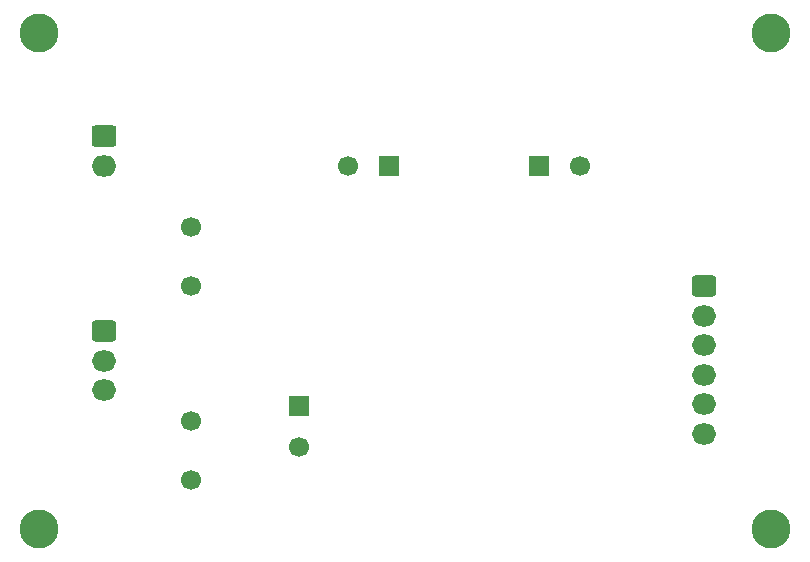
<source format=gbr>
%TF.GenerationSoftware,KiCad,Pcbnew,(5.1.6)-1*%
%TF.CreationDate,2020-11-10T02:08:12+03:00*%
%TF.ProjectId,dac-001s,6461632d-3030-4317-932e-6b696361645f,rev?*%
%TF.SameCoordinates,Original*%
%TF.FileFunction,Soldermask,Bot*%
%TF.FilePolarity,Negative*%
%FSLAX46Y46*%
G04 Gerber Fmt 4.6, Leading zero omitted, Abs format (unit mm)*
G04 Created by KiCad (PCBNEW (5.1.6)-1) date 2020-11-10 02:08:12*
%MOMM*%
%LPD*%
G01*
G04 APERTURE LIST*
%ADD10O,2.050000X1.800000*%
%ADD11O,2.100000X1.800000*%
%ADD12C,3.300000*%
%ADD13C,1.700000*%
%ADD14R,1.700000X1.700000*%
G04 APERTURE END LIST*
D10*
%TO.C,J3*%
X147320000Y-70920000D03*
X147320000Y-68420000D03*
X147320000Y-65920000D03*
X147320000Y-63420000D03*
X147320000Y-60920000D03*
G36*
G01*
X146559706Y-57520000D02*
X148080294Y-57520000D01*
G75*
G02*
X148345000Y-57784706I0J-264706D01*
G01*
X148345000Y-59055294D01*
G75*
G02*
X148080294Y-59320000I-264706J0D01*
G01*
X146559706Y-59320000D01*
G75*
G02*
X146295000Y-59055294I0J264706D01*
G01*
X146295000Y-57784706D01*
G75*
G02*
X146559706Y-57520000I264706J0D01*
G01*
G37*
%TD*%
%TO.C,J2*%
X96520000Y-67230000D03*
X96520000Y-64730000D03*
G36*
G01*
X95759706Y-61330000D02*
X97280294Y-61330000D01*
G75*
G02*
X97545000Y-61594706I0J-264706D01*
G01*
X97545000Y-62865294D01*
G75*
G02*
X97280294Y-63130000I-264706J0D01*
G01*
X95759706Y-63130000D01*
G75*
G02*
X95495000Y-62865294I0J264706D01*
G01*
X95495000Y-61594706D01*
G75*
G02*
X95759706Y-61330000I264706J0D01*
G01*
G37*
%TD*%
D11*
%TO.C,J1*%
X96520000Y-48220000D03*
G36*
G01*
X95734706Y-44820000D02*
X97305294Y-44820000D01*
G75*
G02*
X97570000Y-45084706I0J-264706D01*
G01*
X97570000Y-46355294D01*
G75*
G02*
X97305294Y-46620000I-264706J0D01*
G01*
X95734706Y-46620000D01*
G75*
G02*
X95470000Y-46355294I0J264706D01*
G01*
X95470000Y-45084706D01*
G75*
G02*
X95734706Y-44820000I264706J0D01*
G01*
G37*
%TD*%
D12*
%TO.C,H4*%
X153000000Y-79000000D03*
%TD*%
%TO.C,H3*%
X91000000Y-79000000D03*
%TD*%
%TO.C,H2*%
X153000000Y-37000000D03*
%TD*%
%TO.C,H1*%
X91000000Y-37000000D03*
%TD*%
D13*
%TO.C,C1*%
X136850000Y-48260000D03*
D14*
X133350000Y-48260000D03*
%TD*%
D13*
%TO.C,C11*%
X103922500Y-74850000D03*
X103922500Y-69850000D03*
%TD*%
%TO.C,C9*%
X103922500Y-53420000D03*
X103922500Y-58420000D03*
%TD*%
%TO.C,C8*%
X113030000Y-72080000D03*
D14*
X113030000Y-68580000D03*
%TD*%
D13*
%TO.C,C5*%
X117150000Y-48260000D03*
D14*
X120650000Y-48260000D03*
%TD*%
M02*

</source>
